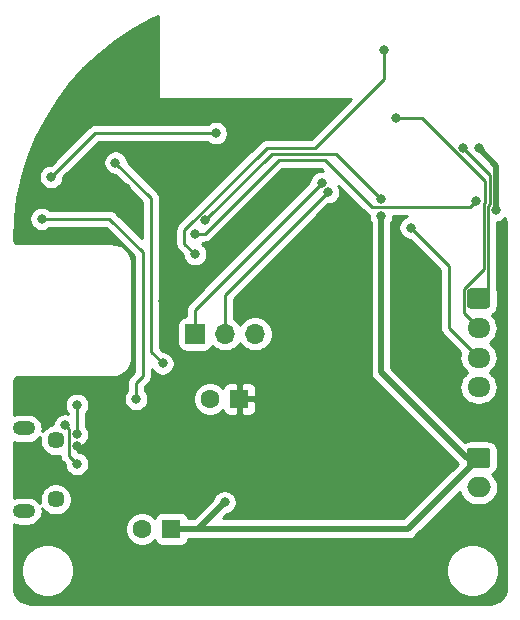
<source format=gbr>
%TF.GenerationSoftware,KiCad,Pcbnew,(5.1.6-0-10_14)*%
%TF.CreationDate,2020-07-27T20:59:48+02:00*%
%TF.ProjectId,DoorLightController,446f6f72-4c69-4676-9874-436f6e74726f,rev?*%
%TF.SameCoordinates,Original*%
%TF.FileFunction,Copper,L2,Bot*%
%TF.FilePolarity,Positive*%
%FSLAX46Y46*%
G04 Gerber Fmt 4.6, Leading zero omitted, Abs format (unit mm)*
G04 Created by KiCad (PCBNEW (5.1.6-0-10_14)) date 2020-07-27 20:59:48*
%MOMM*%
%LPD*%
G01*
G04 APERTURE LIST*
%TA.AperFunction,ComponentPad*%
%ADD10O,1.900000X1.200000*%
%TD*%
%TA.AperFunction,ComponentPad*%
%ADD11C,1.450000*%
%TD*%
%TA.AperFunction,ComponentPad*%
%ADD12C,1.600000*%
%TD*%
%TA.AperFunction,ComponentPad*%
%ADD13R,1.600000X1.600000*%
%TD*%
%TA.AperFunction,ComponentPad*%
%ADD14O,2.000000X1.700000*%
%TD*%
%TA.AperFunction,ComponentPad*%
%ADD15R,1.700000X1.700000*%
%TD*%
%TA.AperFunction,ComponentPad*%
%ADD16O,1.700000X1.700000*%
%TD*%
%TA.AperFunction,ComponentPad*%
%ADD17O,1.950000X1.700000*%
%TD*%
%TA.AperFunction,ViaPad*%
%ADD18C,0.800000*%
%TD*%
%TA.AperFunction,Conductor*%
%ADD19C,0.500000*%
%TD*%
%TA.AperFunction,Conductor*%
%ADD20C,0.250000*%
%TD*%
%TA.AperFunction,Conductor*%
%ADD21C,0.254000*%
%TD*%
G04 APERTURE END LIST*
D10*
%TO.P,J3,6*%
%TO.N,GND*%
X190012500Y-98000000D03*
X190012500Y-91000000D03*
D11*
X192712500Y-97000000D03*
X192712500Y-92000000D03*
%TD*%
D12*
%TO.P,C2,2*%
%TO.N,GND*%
X205750000Y-88500000D03*
D13*
%TO.P,C2,1*%
%TO.N,+3V3*%
X208250000Y-88500000D03*
%TD*%
D12*
%TO.P,C1,2*%
%TO.N,GND*%
X200000000Y-99500000D03*
D13*
%TO.P,C1,1*%
%TO.N,+24V*%
X202500000Y-99500000D03*
%TD*%
%TO.P,J1,1*%
%TO.N,+24V*%
%TA.AperFunction,ComponentPad*%
G36*
G01*
X227750000Y-92650000D02*
X229250000Y-92650000D01*
G75*
G02*
X229500000Y-92900000I0J-250000D01*
G01*
X229500000Y-94100000D01*
G75*
G02*
X229250000Y-94350000I-250000J0D01*
G01*
X227750000Y-94350000D01*
G75*
G02*
X227500000Y-94100000I0J250000D01*
G01*
X227500000Y-92900000D01*
G75*
G02*
X227750000Y-92650000I250000J0D01*
G01*
G37*
%TD.AperFunction*%
D14*
%TO.P,J1,2*%
%TO.N,GND*%
X228500000Y-96000000D03*
%TD*%
D15*
%TO.P,J2,1*%
%TO.N,GPIO5*%
X204500000Y-83000000D03*
D16*
%TO.P,J2,2*%
%TO.N,GPIO4*%
X207040000Y-83000000D03*
%TO.P,J2,3*%
%TO.N,GND*%
X209580000Y-83000000D03*
%TD*%
%TO.P,J5,1*%
%TO.N,LED_RED*%
%TA.AperFunction,ComponentPad*%
G36*
G01*
X227775000Y-79150000D02*
X229225000Y-79150000D01*
G75*
G02*
X229475000Y-79400000I0J-250000D01*
G01*
X229475000Y-80600000D01*
G75*
G02*
X229225000Y-80850000I-250000J0D01*
G01*
X227775000Y-80850000D01*
G75*
G02*
X227525000Y-80600000I0J250000D01*
G01*
X227525000Y-79400000D01*
G75*
G02*
X227775000Y-79150000I250000J0D01*
G01*
G37*
%TD.AperFunction*%
D17*
%TO.P,J5,2*%
%TO.N,LED_GREEN*%
X228500000Y-82500000D03*
%TO.P,J5,3*%
%TO.N,LED_BLUE*%
X228500000Y-85000000D03*
%TO.P,J5,4*%
%TO.N,GND*%
X228500000Y-87500000D03*
%TD*%
D18*
%TO.N,+24V*%
X207000000Y-97250000D03*
X220242631Y-73025021D03*
%TO.N,GND*%
X228500000Y-67250000D03*
X230000000Y-72500000D03*
X197750000Y-68500000D03*
X201750000Y-85499996D03*
X194500000Y-91500000D03*
X194500000Y-89000000D03*
%TO.N,+3V3*%
X224000000Y-78000000D03*
X194500000Y-92474990D03*
X194500000Y-87000000D03*
X206750000Y-103750000D03*
X199750000Y-58750000D03*
X220250000Y-88000000D03*
X201750000Y-80250000D03*
X198635155Y-70635155D03*
X198425010Y-72500006D03*
%TO.N,GPIO5*%
X215223028Y-70209542D03*
%TO.N,GPIO4*%
X215750000Y-71000000D03*
%TO.N,Net-(J3-Pad2)*%
X193500000Y-90750000D03*
X194500000Y-94000000D03*
%TO.N,RTS*%
X199500000Y-88500000D03*
X191500000Y-73250000D03*
%TO.N,LED_RED*%
X227189406Y-67234797D03*
%TO.N,LED_GREEN*%
X221500000Y-64750000D03*
%TO.N,LED_BLUE*%
X222750000Y-74000000D03*
%TO.N,GPIO16*%
X206250000Y-66000000D03*
X192317600Y-69692058D03*
%TO.N,GPIO12*%
X204500000Y-74500000D03*
X228320229Y-71710465D03*
%TO.N,GPIO13*%
X220500000Y-59000000D03*
X204500000Y-76249984D03*
%TO.N,GPIO14*%
X220250000Y-71574986D03*
X205377305Y-73377305D03*
%TD*%
D19*
%TO.N,+24V*%
X204750000Y-99500000D02*
X202500000Y-99500000D01*
X207000000Y-97250000D02*
X204750000Y-99500000D01*
X222500000Y-99500000D02*
X228500000Y-93500000D01*
X202500000Y-99500000D02*
X222500000Y-99500000D01*
X228500000Y-93500000D02*
X227500000Y-93500000D01*
X227500000Y-93500000D02*
X220242631Y-86242631D01*
X220242631Y-86242631D02*
X220242631Y-73025021D01*
%TO.N,GND*%
X230000000Y-68750000D02*
X230000000Y-72500000D01*
X228500000Y-67250000D02*
X230000000Y-68750000D01*
D20*
X200750000Y-71500000D02*
X200750000Y-84499996D01*
X197750000Y-68500000D02*
X200750000Y-71500000D01*
X200750000Y-84499996D02*
X201750000Y-85499996D01*
X194500000Y-91500000D02*
X194500000Y-89000000D01*
%TO.N,GPIO5*%
X204500000Y-80932570D02*
X215223028Y-70209542D01*
X204500000Y-83000000D02*
X204500000Y-80932570D01*
%TO.N,GPIO4*%
X207040000Y-79710000D02*
X215750000Y-71000000D01*
X207040000Y-83000000D02*
X207040000Y-79710000D01*
%TO.N,Net-(J3-Pad2)*%
X193800000Y-93300000D02*
X194500000Y-94000000D01*
X193800000Y-91050000D02*
X193800000Y-93300000D01*
X193500000Y-90750000D02*
X193800000Y-91050000D01*
%TO.N,RTS*%
X199500000Y-87125000D02*
X199500000Y-88500000D01*
X200053908Y-86571092D02*
X199500000Y-87125000D01*
X200053908Y-76053908D02*
X200053908Y-86571092D01*
X197250000Y-73250000D02*
X200053908Y-76053908D01*
X191500000Y-73250000D02*
X197250000Y-73250000D01*
%TO.N,LED_RED*%
X228500000Y-80000000D02*
X229324998Y-79175002D01*
X229324998Y-79175002D02*
X229324998Y-72175998D01*
X229324998Y-72175998D02*
X229474989Y-72026007D01*
X229474989Y-72026007D02*
X229474989Y-69520380D01*
X229474989Y-69520380D02*
X227189406Y-67234797D01*
%TO.N,LED_GREEN*%
X228924987Y-72010309D02*
X228924987Y-77507533D01*
X223750000Y-64750000D02*
X229074978Y-70074978D01*
X227249990Y-79182530D02*
X227249990Y-81249990D01*
X229074978Y-70074978D02*
X229074978Y-71860318D01*
X229074978Y-71860318D02*
X228924987Y-72010309D01*
X228924987Y-77507533D02*
X227249990Y-79182530D01*
X227249990Y-81249990D02*
X228500000Y-82500000D01*
X221500000Y-64750000D02*
X223750000Y-64750000D01*
%TO.N,LED_BLUE*%
X228500000Y-85000000D02*
X226000000Y-82500000D01*
X226000000Y-77250000D02*
X222750000Y-74000000D01*
X226000000Y-82500000D02*
X226000000Y-77250000D01*
%TO.N,GPIO16*%
X206250000Y-66000000D02*
X196009658Y-66000000D01*
X196009658Y-66000000D02*
X192317600Y-69692058D01*
%TO.N,GPIO12*%
X204500000Y-74500000D02*
X205315700Y-74500000D01*
X219500000Y-72250000D02*
X227780694Y-72250000D01*
X211565700Y-68250000D02*
X215500000Y-68250000D01*
X227780694Y-72250000D02*
X228320229Y-71710465D01*
X215500000Y-68250000D02*
X219500000Y-72250000D01*
X205315700Y-74500000D02*
X211565700Y-68250000D01*
%TO.N,GPIO13*%
X203600001Y-75349985D02*
X204500000Y-76249984D01*
X220500000Y-59000000D02*
X220500000Y-61388926D01*
X210550000Y-67250000D02*
X203600001Y-74199999D01*
X214638926Y-67250000D02*
X210550000Y-67250000D01*
X220500000Y-61388926D02*
X214638926Y-67250000D01*
X203600001Y-74199999D02*
X203600001Y-75349985D01*
%TO.N,GPIO14*%
X216425014Y-67750000D02*
X211004610Y-67750000D01*
X220250000Y-71574986D02*
X216425014Y-67750000D01*
X211004610Y-67750000D02*
X205377305Y-73377305D01*
%TD*%
D21*
%TO.N,+3V3*%
G36*
X201373000Y-63000000D02*
G01*
X201375440Y-63024776D01*
X201382667Y-63048601D01*
X201394403Y-63070557D01*
X201410197Y-63089803D01*
X201429443Y-63105597D01*
X201451399Y-63117333D01*
X201475224Y-63124560D01*
X201500000Y-63127000D01*
X217687124Y-63127000D01*
X214324125Y-66490000D01*
X210587323Y-66490000D01*
X210550000Y-66486324D01*
X210512677Y-66490000D01*
X210512667Y-66490000D01*
X210401014Y-66500997D01*
X210257753Y-66544454D01*
X210125724Y-66615026D01*
X210009999Y-66709999D01*
X209986201Y-66738997D01*
X203089004Y-73636195D01*
X203060000Y-73659998D01*
X203023473Y-73704507D01*
X202965027Y-73775723D01*
X202917293Y-73865026D01*
X202894455Y-73907753D01*
X202850998Y-74051014D01*
X202840001Y-74162667D01*
X202840001Y-74162677D01*
X202836325Y-74199999D01*
X202840001Y-74237322D01*
X202840002Y-75312653D01*
X202836325Y-75349985D01*
X202840002Y-75387318D01*
X202850999Y-75498971D01*
X202861928Y-75535000D01*
X202894455Y-75642231D01*
X202965027Y-75774261D01*
X203033692Y-75857928D01*
X203060001Y-75889986D01*
X203088999Y-75913784D01*
X203465000Y-76289785D01*
X203465000Y-76351923D01*
X203504774Y-76551882D01*
X203582795Y-76740240D01*
X203696063Y-76909758D01*
X203840226Y-77053921D01*
X204009744Y-77167189D01*
X204198102Y-77245210D01*
X204398061Y-77284984D01*
X204601939Y-77284984D01*
X204801898Y-77245210D01*
X204990256Y-77167189D01*
X205159774Y-77053921D01*
X205303937Y-76909758D01*
X205417205Y-76740240D01*
X205495226Y-76551882D01*
X205535000Y-76351923D01*
X205535000Y-76148045D01*
X205495226Y-75948086D01*
X205417205Y-75759728D01*
X205303937Y-75590210D01*
X205159774Y-75446047D01*
X205053432Y-75374992D01*
X205159774Y-75303937D01*
X205203711Y-75260000D01*
X205278378Y-75260000D01*
X205315700Y-75263676D01*
X205353022Y-75260000D01*
X205353033Y-75260000D01*
X205464686Y-75249003D01*
X205607947Y-75205546D01*
X205739976Y-75134974D01*
X205855701Y-75040001D01*
X205879504Y-75010997D01*
X211880502Y-69010000D01*
X215185199Y-69010000D01*
X215355892Y-69180693D01*
X215324967Y-69174542D01*
X215121089Y-69174542D01*
X214921130Y-69214316D01*
X214732772Y-69292337D01*
X214563254Y-69405605D01*
X214419091Y-69549768D01*
X214305823Y-69719286D01*
X214227802Y-69907644D01*
X214188028Y-70107603D01*
X214188028Y-70169740D01*
X203988998Y-80368771D01*
X203960000Y-80392569D01*
X203936202Y-80421567D01*
X203936201Y-80421568D01*
X203865026Y-80508294D01*
X203794454Y-80640324D01*
X203750998Y-80783585D01*
X203736324Y-80932570D01*
X203740001Y-80969902D01*
X203740001Y-81511928D01*
X203650000Y-81511928D01*
X203525518Y-81524188D01*
X203405820Y-81560498D01*
X203295506Y-81619463D01*
X203198815Y-81698815D01*
X203119463Y-81795506D01*
X203060498Y-81905820D01*
X203024188Y-82025518D01*
X203011928Y-82150000D01*
X203011928Y-83850000D01*
X203024188Y-83974482D01*
X203060498Y-84094180D01*
X203119463Y-84204494D01*
X203198815Y-84301185D01*
X203295506Y-84380537D01*
X203405820Y-84439502D01*
X203525518Y-84475812D01*
X203650000Y-84488072D01*
X205350000Y-84488072D01*
X205474482Y-84475812D01*
X205594180Y-84439502D01*
X205704494Y-84380537D01*
X205801185Y-84301185D01*
X205880537Y-84204494D01*
X205939502Y-84094180D01*
X205961513Y-84021620D01*
X206093368Y-84153475D01*
X206336589Y-84315990D01*
X206606842Y-84427932D01*
X206893740Y-84485000D01*
X207186260Y-84485000D01*
X207473158Y-84427932D01*
X207743411Y-84315990D01*
X207986632Y-84153475D01*
X208193475Y-83946632D01*
X208310000Y-83772240D01*
X208426525Y-83946632D01*
X208633368Y-84153475D01*
X208876589Y-84315990D01*
X209146842Y-84427932D01*
X209433740Y-84485000D01*
X209726260Y-84485000D01*
X210013158Y-84427932D01*
X210283411Y-84315990D01*
X210526632Y-84153475D01*
X210733475Y-83946632D01*
X210895990Y-83703411D01*
X211007932Y-83433158D01*
X211065000Y-83146260D01*
X211065000Y-82853740D01*
X211007932Y-82566842D01*
X210895990Y-82296589D01*
X210733475Y-82053368D01*
X210526632Y-81846525D01*
X210283411Y-81684010D01*
X210013158Y-81572068D01*
X209726260Y-81515000D01*
X209433740Y-81515000D01*
X209146842Y-81572068D01*
X208876589Y-81684010D01*
X208633368Y-81846525D01*
X208426525Y-82053368D01*
X208310000Y-82227760D01*
X208193475Y-82053368D01*
X207986632Y-81846525D01*
X207800000Y-81721822D01*
X207800000Y-80024801D01*
X215789802Y-72035000D01*
X215851939Y-72035000D01*
X216051898Y-71995226D01*
X216240256Y-71917205D01*
X216409774Y-71803937D01*
X216553937Y-71659774D01*
X216667205Y-71490256D01*
X216745226Y-71301898D01*
X216785000Y-71101939D01*
X216785000Y-70898061D01*
X216745226Y-70698102D01*
X216667205Y-70509744D01*
X216631488Y-70456289D01*
X218936201Y-72761003D01*
X218959999Y-72790001D01*
X219075724Y-72884974D01*
X219207631Y-72955481D01*
X219207631Y-73126960D01*
X219247405Y-73326919D01*
X219325426Y-73515277D01*
X219357632Y-73563477D01*
X219357631Y-86199162D01*
X219353350Y-86242631D01*
X219357631Y-86286100D01*
X219357631Y-86286107D01*
X219367728Y-86388627D01*
X219370436Y-86416121D01*
X219371447Y-86419454D01*
X219421042Y-86582943D01*
X219503220Y-86736689D01*
X219613814Y-86871448D01*
X219647587Y-86899165D01*
X226748421Y-94000000D01*
X222133422Y-98615000D01*
X206886579Y-98615000D01*
X207245044Y-98256535D01*
X207301898Y-98245226D01*
X207490256Y-98167205D01*
X207659774Y-98053937D01*
X207803937Y-97909774D01*
X207917205Y-97740256D01*
X207995226Y-97551898D01*
X208035000Y-97351939D01*
X208035000Y-97148061D01*
X207995226Y-96948102D01*
X207917205Y-96759744D01*
X207803937Y-96590226D01*
X207659774Y-96446063D01*
X207490256Y-96332795D01*
X207301898Y-96254774D01*
X207101939Y-96215000D01*
X206898061Y-96215000D01*
X206698102Y-96254774D01*
X206509744Y-96332795D01*
X206340226Y-96446063D01*
X206196063Y-96590226D01*
X206082795Y-96759744D01*
X206004774Y-96948102D01*
X205993465Y-97004956D01*
X204383422Y-98615000D01*
X203929701Y-98615000D01*
X203925812Y-98575518D01*
X203889502Y-98455820D01*
X203830537Y-98345506D01*
X203751185Y-98248815D01*
X203654494Y-98169463D01*
X203544180Y-98110498D01*
X203424482Y-98074188D01*
X203300000Y-98061928D01*
X201700000Y-98061928D01*
X201575518Y-98074188D01*
X201455820Y-98110498D01*
X201345506Y-98169463D01*
X201248815Y-98248815D01*
X201169463Y-98345506D01*
X201110498Y-98455820D01*
X201081339Y-98551943D01*
X200914759Y-98385363D01*
X200679727Y-98228320D01*
X200418574Y-98120147D01*
X200141335Y-98065000D01*
X199858665Y-98065000D01*
X199581426Y-98120147D01*
X199320273Y-98228320D01*
X199085241Y-98385363D01*
X198885363Y-98585241D01*
X198728320Y-98820273D01*
X198620147Y-99081426D01*
X198565000Y-99358665D01*
X198565000Y-99641335D01*
X198620147Y-99918574D01*
X198728320Y-100179727D01*
X198885363Y-100414759D01*
X199085241Y-100614637D01*
X199320273Y-100771680D01*
X199581426Y-100879853D01*
X199858665Y-100935000D01*
X200141335Y-100935000D01*
X200418574Y-100879853D01*
X200679727Y-100771680D01*
X200914759Y-100614637D01*
X201081339Y-100448057D01*
X201110498Y-100544180D01*
X201169463Y-100654494D01*
X201248815Y-100751185D01*
X201345506Y-100830537D01*
X201455820Y-100889502D01*
X201575518Y-100925812D01*
X201700000Y-100938072D01*
X203300000Y-100938072D01*
X203424482Y-100925812D01*
X203544180Y-100889502D01*
X203654494Y-100830537D01*
X203751185Y-100751185D01*
X203830537Y-100654494D01*
X203889502Y-100544180D01*
X203925812Y-100424482D01*
X203929701Y-100385000D01*
X204706531Y-100385000D01*
X204750000Y-100389281D01*
X204793469Y-100385000D01*
X222456531Y-100385000D01*
X222500000Y-100389281D01*
X222543469Y-100385000D01*
X222543477Y-100385000D01*
X222673490Y-100372195D01*
X222840313Y-100321589D01*
X222994059Y-100239411D01*
X223128817Y-100128817D01*
X223156534Y-100095044D01*
X226903706Y-96347873D01*
X226971401Y-96571034D01*
X227109294Y-96829014D01*
X227294866Y-97055134D01*
X227520986Y-97240706D01*
X227778966Y-97378599D01*
X228058889Y-97463513D01*
X228277050Y-97485000D01*
X228722950Y-97485000D01*
X228941111Y-97463513D01*
X229221034Y-97378599D01*
X229479014Y-97240706D01*
X229705134Y-97055134D01*
X229890706Y-96829014D01*
X230028599Y-96571034D01*
X230113513Y-96291111D01*
X230142185Y-96000000D01*
X230113513Y-95708889D01*
X230028599Y-95428966D01*
X229890706Y-95170986D01*
X229705134Y-94944866D01*
X229641663Y-94892777D01*
X229743386Y-94838405D01*
X229877962Y-94727962D01*
X229988405Y-94593386D01*
X230070472Y-94439850D01*
X230121008Y-94273254D01*
X230138072Y-94100000D01*
X230138072Y-92900000D01*
X230121008Y-92726746D01*
X230070472Y-92560150D01*
X229988405Y-92406614D01*
X229877962Y-92272038D01*
X229743386Y-92161595D01*
X229589850Y-92079528D01*
X229423254Y-92028992D01*
X229250000Y-92011928D01*
X227750000Y-92011928D01*
X227576746Y-92028992D01*
X227410150Y-92079528D01*
X227358640Y-92107061D01*
X221127631Y-85876053D01*
X221127631Y-73563475D01*
X221159836Y-73515277D01*
X221237857Y-73326919D01*
X221277631Y-73126960D01*
X221277631Y-73010000D01*
X222435485Y-73010000D01*
X222259744Y-73082795D01*
X222090226Y-73196063D01*
X221946063Y-73340226D01*
X221832795Y-73509744D01*
X221754774Y-73698102D01*
X221715000Y-73898061D01*
X221715000Y-74101939D01*
X221754774Y-74301898D01*
X221832795Y-74490256D01*
X221946063Y-74659774D01*
X222090226Y-74803937D01*
X222259744Y-74917205D01*
X222448102Y-74995226D01*
X222648061Y-75035000D01*
X222710199Y-75035000D01*
X225240001Y-77564803D01*
X225240000Y-82462677D01*
X225236324Y-82500000D01*
X225240000Y-82537322D01*
X225240000Y-82537332D01*
X225250997Y-82648985D01*
X225294110Y-82791111D01*
X225294454Y-82792246D01*
X225365026Y-82924276D01*
X225404871Y-82972826D01*
X225459999Y-83040001D01*
X225489003Y-83063804D01*
X226963296Y-84538098D01*
X226911487Y-84708889D01*
X226882815Y-85000000D01*
X226911487Y-85291111D01*
X226996401Y-85571034D01*
X227134294Y-85829014D01*
X227319866Y-86055134D01*
X227545986Y-86240706D01*
X227563374Y-86250000D01*
X227545986Y-86259294D01*
X227319866Y-86444866D01*
X227134294Y-86670986D01*
X226996401Y-86928966D01*
X226911487Y-87208889D01*
X226882815Y-87500000D01*
X226911487Y-87791111D01*
X226996401Y-88071034D01*
X227134294Y-88329014D01*
X227319866Y-88555134D01*
X227545986Y-88740706D01*
X227803966Y-88878599D01*
X228083889Y-88963513D01*
X228302050Y-88985000D01*
X228697950Y-88985000D01*
X228916111Y-88963513D01*
X229196034Y-88878599D01*
X229454014Y-88740706D01*
X229680134Y-88555134D01*
X229865706Y-88329014D01*
X230003599Y-88071034D01*
X230088513Y-87791111D01*
X230117185Y-87500000D01*
X230088513Y-87208889D01*
X230003599Y-86928966D01*
X229865706Y-86670986D01*
X229680134Y-86444866D01*
X229454014Y-86259294D01*
X229436626Y-86250000D01*
X229454014Y-86240706D01*
X229680134Y-86055134D01*
X229865706Y-85829014D01*
X230003599Y-85571034D01*
X230088513Y-85291111D01*
X230117185Y-85000000D01*
X230088513Y-84708889D01*
X230003599Y-84428966D01*
X229865706Y-84170986D01*
X229680134Y-83944866D01*
X229454014Y-83759294D01*
X229436626Y-83750000D01*
X229454014Y-83740706D01*
X229680134Y-83555134D01*
X229865706Y-83329014D01*
X230003599Y-83071034D01*
X230088513Y-82791111D01*
X230117185Y-82500000D01*
X230088513Y-82208889D01*
X230003599Y-81928966D01*
X229865706Y-81670986D01*
X229680134Y-81444866D01*
X229616663Y-81392777D01*
X229718386Y-81338405D01*
X229852962Y-81227962D01*
X229963405Y-81093386D01*
X230045472Y-80939850D01*
X230096008Y-80773254D01*
X230113072Y-80600000D01*
X230113072Y-79400000D01*
X230096008Y-79226746D01*
X230086624Y-79195812D01*
X230088674Y-79175003D01*
X230084998Y-79137680D01*
X230084998Y-73535000D01*
X230101939Y-73535000D01*
X230301898Y-73495226D01*
X230490256Y-73417205D01*
X230659774Y-73303937D01*
X230747863Y-73215848D01*
X230798670Y-73695218D01*
X230840001Y-75010388D01*
X230840000Y-104467721D01*
X230811375Y-104759660D01*
X230735965Y-105009429D01*
X230613477Y-105239794D01*
X230448579Y-105441979D01*
X230247546Y-105608288D01*
X230018046Y-105732378D01*
X229768805Y-105809531D01*
X229478911Y-105840000D01*
X190532279Y-105840000D01*
X190240340Y-105811375D01*
X189990571Y-105735965D01*
X189760206Y-105613477D01*
X189558021Y-105448579D01*
X189391712Y-105247546D01*
X189267622Y-105018046D01*
X189190469Y-104768805D01*
X189160000Y-104478911D01*
X189160000Y-102779872D01*
X189765000Y-102779872D01*
X189765000Y-103220128D01*
X189850890Y-103651925D01*
X190019369Y-104058669D01*
X190263962Y-104424729D01*
X190575271Y-104736038D01*
X190941331Y-104980631D01*
X191348075Y-105149110D01*
X191779872Y-105235000D01*
X192220128Y-105235000D01*
X192651925Y-105149110D01*
X193058669Y-104980631D01*
X193424729Y-104736038D01*
X193736038Y-104424729D01*
X193980631Y-104058669D01*
X194149110Y-103651925D01*
X194235000Y-103220128D01*
X194235000Y-102779872D01*
X225765000Y-102779872D01*
X225765000Y-103220128D01*
X225850890Y-103651925D01*
X226019369Y-104058669D01*
X226263962Y-104424729D01*
X226575271Y-104736038D01*
X226941331Y-104980631D01*
X227348075Y-105149110D01*
X227779872Y-105235000D01*
X228220128Y-105235000D01*
X228651925Y-105149110D01*
X229058669Y-104980631D01*
X229424729Y-104736038D01*
X229736038Y-104424729D01*
X229980631Y-104058669D01*
X230149110Y-103651925D01*
X230235000Y-103220128D01*
X230235000Y-102779872D01*
X230149110Y-102348075D01*
X229980631Y-101941331D01*
X229736038Y-101575271D01*
X229424729Y-101263962D01*
X229058669Y-101019369D01*
X228651925Y-100850890D01*
X228220128Y-100765000D01*
X227779872Y-100765000D01*
X227348075Y-100850890D01*
X226941331Y-101019369D01*
X226575271Y-101263962D01*
X226263962Y-101575271D01*
X226019369Y-101941331D01*
X225850890Y-102348075D01*
X225765000Y-102779872D01*
X194235000Y-102779872D01*
X194149110Y-102348075D01*
X193980631Y-101941331D01*
X193736038Y-101575271D01*
X193424729Y-101263962D01*
X193058669Y-101019369D01*
X192651925Y-100850890D01*
X192220128Y-100765000D01*
X191779872Y-100765000D01*
X191348075Y-100850890D01*
X190941331Y-101019369D01*
X190575271Y-101263962D01*
X190263962Y-101575271D01*
X190019369Y-101941331D01*
X189850890Y-102348075D01*
X189765000Y-102779872D01*
X189160000Y-102779872D01*
X189160000Y-99131759D01*
X189187599Y-99146511D01*
X189420398Y-99217130D01*
X189601835Y-99235000D01*
X190423165Y-99235000D01*
X190604602Y-99217130D01*
X190837401Y-99146511D01*
X191051949Y-99031833D01*
X191240002Y-98877502D01*
X191394333Y-98689449D01*
X191509011Y-98474901D01*
X191579630Y-98242102D01*
X191603475Y-98000000D01*
X191579630Y-97757898D01*
X191576617Y-97747965D01*
X191656119Y-97866949D01*
X191845551Y-98056381D01*
X192068299Y-98205216D01*
X192315803Y-98307736D01*
X192578552Y-98360000D01*
X192846448Y-98360000D01*
X193109197Y-98307736D01*
X193356701Y-98205216D01*
X193579449Y-98056381D01*
X193768881Y-97866949D01*
X193917716Y-97644201D01*
X194020236Y-97396697D01*
X194072500Y-97133948D01*
X194072500Y-96866052D01*
X194020236Y-96603303D01*
X193917716Y-96355799D01*
X193768881Y-96133051D01*
X193579449Y-95943619D01*
X193356701Y-95794784D01*
X193109197Y-95692264D01*
X192846448Y-95640000D01*
X192578552Y-95640000D01*
X192315803Y-95692264D01*
X192068299Y-95794784D01*
X191845551Y-95943619D01*
X191656119Y-96133051D01*
X191507284Y-96355799D01*
X191404764Y-96603303D01*
X191352500Y-96866052D01*
X191352500Y-97133948D01*
X191385484Y-97299768D01*
X191240002Y-97122498D01*
X191051949Y-96968167D01*
X190837401Y-96853489D01*
X190604602Y-96782870D01*
X190423165Y-96765000D01*
X189601835Y-96765000D01*
X189420398Y-96782870D01*
X189187599Y-96853489D01*
X189160000Y-96868241D01*
X189160000Y-92131759D01*
X189187599Y-92146511D01*
X189420398Y-92217130D01*
X189601835Y-92235000D01*
X190423165Y-92235000D01*
X190604602Y-92217130D01*
X190837401Y-92146511D01*
X191051949Y-92031833D01*
X191240002Y-91877502D01*
X191385484Y-91700232D01*
X191352500Y-91866052D01*
X191352500Y-92133948D01*
X191404764Y-92396697D01*
X191507284Y-92644201D01*
X191656119Y-92866949D01*
X191845551Y-93056381D01*
X192068299Y-93205216D01*
X192315803Y-93307736D01*
X192578552Y-93360000D01*
X192846448Y-93360000D01*
X193038472Y-93321804D01*
X193050998Y-93448985D01*
X193094454Y-93592246D01*
X193165026Y-93724276D01*
X193236201Y-93811002D01*
X193260000Y-93840001D01*
X193288997Y-93863799D01*
X193465000Y-94039802D01*
X193465000Y-94101939D01*
X193504774Y-94301898D01*
X193582795Y-94490256D01*
X193696063Y-94659774D01*
X193840226Y-94803937D01*
X194009744Y-94917205D01*
X194198102Y-94995226D01*
X194398061Y-95035000D01*
X194601939Y-95035000D01*
X194801898Y-94995226D01*
X194990256Y-94917205D01*
X195159774Y-94803937D01*
X195303937Y-94659774D01*
X195417205Y-94490256D01*
X195495226Y-94301898D01*
X195535000Y-94101939D01*
X195535000Y-93898061D01*
X195495226Y-93698102D01*
X195417205Y-93509744D01*
X195303937Y-93340226D01*
X195159774Y-93196063D01*
X194990256Y-93082795D01*
X194801898Y-93004774D01*
X194601939Y-92965000D01*
X194560000Y-92965000D01*
X194560000Y-92535000D01*
X194601939Y-92535000D01*
X194801898Y-92495226D01*
X194990256Y-92417205D01*
X195159774Y-92303937D01*
X195303937Y-92159774D01*
X195417205Y-91990256D01*
X195495226Y-91801898D01*
X195535000Y-91601939D01*
X195535000Y-91398061D01*
X195495226Y-91198102D01*
X195417205Y-91009744D01*
X195303937Y-90840226D01*
X195260000Y-90796289D01*
X195260000Y-89703711D01*
X195303937Y-89659774D01*
X195417205Y-89490256D01*
X195495226Y-89301898D01*
X195535000Y-89101939D01*
X195535000Y-88898061D01*
X195495226Y-88698102D01*
X195417205Y-88509744D01*
X195303937Y-88340226D01*
X195159774Y-88196063D01*
X194990256Y-88082795D01*
X194801898Y-88004774D01*
X194601939Y-87965000D01*
X194398061Y-87965000D01*
X194198102Y-88004774D01*
X194009744Y-88082795D01*
X193840226Y-88196063D01*
X193696063Y-88340226D01*
X193582795Y-88509744D01*
X193504774Y-88698102D01*
X193465000Y-88898061D01*
X193465000Y-89101939D01*
X193504774Y-89301898D01*
X193582795Y-89490256D01*
X193696063Y-89659774D01*
X193740001Y-89703712D01*
X193740001Y-89742462D01*
X193601939Y-89715000D01*
X193398061Y-89715000D01*
X193198102Y-89754774D01*
X193009744Y-89832795D01*
X192840226Y-89946063D01*
X192696063Y-90090226D01*
X192582795Y-90259744D01*
X192504774Y-90448102D01*
X192465000Y-90648061D01*
X192465000Y-90662587D01*
X192315803Y-90692264D01*
X192068299Y-90794784D01*
X191845551Y-90943619D01*
X191656119Y-91133051D01*
X191576617Y-91252035D01*
X191579630Y-91242102D01*
X191603475Y-91000000D01*
X191579630Y-90757898D01*
X191509011Y-90525099D01*
X191394333Y-90310551D01*
X191240002Y-90122498D01*
X191051949Y-89968167D01*
X190837401Y-89853489D01*
X190604602Y-89782870D01*
X190423165Y-89765000D01*
X189601835Y-89765000D01*
X189420398Y-89782870D01*
X189187599Y-89853489D01*
X189160000Y-89868241D01*
X189160000Y-87032279D01*
X189169580Y-86934576D01*
X189188580Y-86871644D01*
X189219445Y-86813595D01*
X189260989Y-86762657D01*
X189311644Y-86720752D01*
X189369471Y-86689485D01*
X189432272Y-86670044D01*
X189527835Y-86660000D01*
X197532419Y-86660000D01*
X197560674Y-86657217D01*
X197566801Y-86657260D01*
X197575972Y-86656360D01*
X197770069Y-86635959D01*
X197828658Y-86623932D01*
X197887423Y-86612723D01*
X197896245Y-86610059D01*
X198082683Y-86552347D01*
X198137838Y-86529162D01*
X198193291Y-86506758D01*
X198201427Y-86502432D01*
X198373104Y-86409607D01*
X198422699Y-86376154D01*
X198472753Y-86343400D01*
X198479894Y-86337576D01*
X198630272Y-86213172D01*
X198672411Y-86170737D01*
X198715161Y-86128874D01*
X198721034Y-86121773D01*
X198844384Y-85970531D01*
X198877477Y-85920723D01*
X198911284Y-85871349D01*
X198915667Y-85863243D01*
X199007292Y-85690920D01*
X199030090Y-85635608D01*
X199053652Y-85580634D01*
X199056377Y-85571831D01*
X199112786Y-85384994D01*
X199124405Y-85326314D01*
X199136842Y-85267804D01*
X199137805Y-85258639D01*
X199156850Y-85064406D01*
X199156850Y-85064402D01*
X199160000Y-85032419D01*
X199160000Y-76967581D01*
X199157217Y-76939326D01*
X199157260Y-76933199D01*
X199156360Y-76924028D01*
X199135959Y-76729931D01*
X199123934Y-76671348D01*
X199112723Y-76612577D01*
X199110059Y-76603755D01*
X199052347Y-76417317D01*
X199029162Y-76362162D01*
X199006758Y-76306709D01*
X199002432Y-76298573D01*
X198909607Y-76126896D01*
X198876139Y-76077278D01*
X198843400Y-76027247D01*
X198837576Y-76020106D01*
X198713172Y-75869728D01*
X198670737Y-75827589D01*
X198628874Y-75784839D01*
X198621773Y-75778966D01*
X198470531Y-75655616D01*
X198420738Y-75622534D01*
X198371349Y-75588716D01*
X198363243Y-75584333D01*
X198190921Y-75492708D01*
X198135606Y-75469909D01*
X198080634Y-75446348D01*
X198071831Y-75443623D01*
X197884995Y-75387214D01*
X197826307Y-75375594D01*
X197767804Y-75363158D01*
X197758639Y-75362195D01*
X197564405Y-75343150D01*
X197564402Y-75343150D01*
X197532419Y-75340000D01*
X189532279Y-75340000D01*
X189434576Y-75330420D01*
X189371643Y-75311420D01*
X189313594Y-75280554D01*
X189262657Y-75239011D01*
X189220752Y-75188356D01*
X189189485Y-75130529D01*
X189170044Y-75067728D01*
X189161276Y-74984303D01*
X189236766Y-73219960D01*
X189246040Y-73148061D01*
X190465000Y-73148061D01*
X190465000Y-73351939D01*
X190504774Y-73551898D01*
X190582795Y-73740256D01*
X190696063Y-73909774D01*
X190840226Y-74053937D01*
X191009744Y-74167205D01*
X191198102Y-74245226D01*
X191398061Y-74285000D01*
X191601939Y-74285000D01*
X191801898Y-74245226D01*
X191990256Y-74167205D01*
X192159774Y-74053937D01*
X192203711Y-74010000D01*
X196935199Y-74010000D01*
X199293908Y-76368710D01*
X199293909Y-86256289D01*
X198989002Y-86561197D01*
X198959999Y-86584999D01*
X198909900Y-86646045D01*
X198865026Y-86700724D01*
X198811189Y-86801446D01*
X198794454Y-86832754D01*
X198750997Y-86976015D01*
X198740000Y-87087668D01*
X198740000Y-87087678D01*
X198736324Y-87125000D01*
X198740000Y-87162323D01*
X198740000Y-87796289D01*
X198696063Y-87840226D01*
X198582795Y-88009744D01*
X198504774Y-88198102D01*
X198465000Y-88398061D01*
X198465000Y-88601939D01*
X198504774Y-88801898D01*
X198582795Y-88990256D01*
X198696063Y-89159774D01*
X198840226Y-89303937D01*
X199009744Y-89417205D01*
X199198102Y-89495226D01*
X199398061Y-89535000D01*
X199601939Y-89535000D01*
X199801898Y-89495226D01*
X199990256Y-89417205D01*
X200159774Y-89303937D01*
X200303937Y-89159774D01*
X200417205Y-88990256D01*
X200495226Y-88801898D01*
X200535000Y-88601939D01*
X200535000Y-88398061D01*
X200527164Y-88358665D01*
X204315000Y-88358665D01*
X204315000Y-88641335D01*
X204370147Y-88918574D01*
X204478320Y-89179727D01*
X204635363Y-89414759D01*
X204835241Y-89614637D01*
X205070273Y-89771680D01*
X205331426Y-89879853D01*
X205608665Y-89935000D01*
X205891335Y-89935000D01*
X206168574Y-89879853D01*
X206429727Y-89771680D01*
X206664759Y-89614637D01*
X206831339Y-89448057D01*
X206860498Y-89544180D01*
X206919463Y-89654494D01*
X206998815Y-89751185D01*
X207095506Y-89830537D01*
X207205820Y-89889502D01*
X207325518Y-89925812D01*
X207450000Y-89938072D01*
X207964250Y-89935000D01*
X208123000Y-89776250D01*
X208123000Y-88627000D01*
X208377000Y-88627000D01*
X208377000Y-89776250D01*
X208535750Y-89935000D01*
X209050000Y-89938072D01*
X209174482Y-89925812D01*
X209294180Y-89889502D01*
X209404494Y-89830537D01*
X209501185Y-89751185D01*
X209580537Y-89654494D01*
X209639502Y-89544180D01*
X209675812Y-89424482D01*
X209688072Y-89300000D01*
X209685000Y-88785750D01*
X209526250Y-88627000D01*
X208377000Y-88627000D01*
X208123000Y-88627000D01*
X208103000Y-88627000D01*
X208103000Y-88373000D01*
X208123000Y-88373000D01*
X208123000Y-87223750D01*
X208377000Y-87223750D01*
X208377000Y-88373000D01*
X209526250Y-88373000D01*
X209685000Y-88214250D01*
X209688072Y-87700000D01*
X209675812Y-87575518D01*
X209639502Y-87455820D01*
X209580537Y-87345506D01*
X209501185Y-87248815D01*
X209404494Y-87169463D01*
X209294180Y-87110498D01*
X209174482Y-87074188D01*
X209050000Y-87061928D01*
X208535750Y-87065000D01*
X208377000Y-87223750D01*
X208123000Y-87223750D01*
X207964250Y-87065000D01*
X207450000Y-87061928D01*
X207325518Y-87074188D01*
X207205820Y-87110498D01*
X207095506Y-87169463D01*
X206998815Y-87248815D01*
X206919463Y-87345506D01*
X206860498Y-87455820D01*
X206831339Y-87551943D01*
X206664759Y-87385363D01*
X206429727Y-87228320D01*
X206168574Y-87120147D01*
X205891335Y-87065000D01*
X205608665Y-87065000D01*
X205331426Y-87120147D01*
X205070273Y-87228320D01*
X204835241Y-87385363D01*
X204635363Y-87585241D01*
X204478320Y-87820273D01*
X204370147Y-88081426D01*
X204315000Y-88358665D01*
X200527164Y-88358665D01*
X200495226Y-88198102D01*
X200417205Y-88009744D01*
X200303937Y-87840226D01*
X200260000Y-87796289D01*
X200260000Y-87439801D01*
X200564910Y-87134892D01*
X200593909Y-87111093D01*
X200688882Y-86995368D01*
X200759454Y-86863339D01*
X200802911Y-86720078D01*
X200813908Y-86608425D01*
X200813908Y-86608416D01*
X200817584Y-86571093D01*
X200813908Y-86533770D01*
X200813908Y-85944655D01*
X200832795Y-85990252D01*
X200946063Y-86159770D01*
X201090226Y-86303933D01*
X201259744Y-86417201D01*
X201448102Y-86495222D01*
X201648061Y-86534996D01*
X201851939Y-86534996D01*
X202051898Y-86495222D01*
X202240256Y-86417201D01*
X202409774Y-86303933D01*
X202553937Y-86159770D01*
X202667205Y-85990252D01*
X202745226Y-85801894D01*
X202785000Y-85601935D01*
X202785000Y-85398057D01*
X202745226Y-85198098D01*
X202667205Y-85009740D01*
X202553937Y-84840222D01*
X202409774Y-84696059D01*
X202240256Y-84582791D01*
X202051898Y-84504770D01*
X201851939Y-84464996D01*
X201789802Y-84464996D01*
X201510000Y-84185195D01*
X201510000Y-71537325D01*
X201513676Y-71500000D01*
X201510000Y-71462675D01*
X201510000Y-71462667D01*
X201499003Y-71351014D01*
X201455546Y-71207753D01*
X201384974Y-71075724D01*
X201290001Y-70959999D01*
X201261004Y-70936202D01*
X198785000Y-68460199D01*
X198785000Y-68398061D01*
X198745226Y-68198102D01*
X198667205Y-68009744D01*
X198553937Y-67840226D01*
X198409774Y-67696063D01*
X198240256Y-67582795D01*
X198051898Y-67504774D01*
X197851939Y-67465000D01*
X197648061Y-67465000D01*
X197448102Y-67504774D01*
X197259744Y-67582795D01*
X197090226Y-67696063D01*
X196946063Y-67840226D01*
X196832795Y-68009744D01*
X196754774Y-68198102D01*
X196715000Y-68398061D01*
X196715000Y-68601939D01*
X196754774Y-68801898D01*
X196832795Y-68990256D01*
X196946063Y-69159774D01*
X197090226Y-69303937D01*
X197259744Y-69417205D01*
X197448102Y-69495226D01*
X197648061Y-69535000D01*
X197710199Y-69535000D01*
X199990000Y-71814802D01*
X199990000Y-74915198D01*
X197813804Y-72739003D01*
X197790001Y-72709999D01*
X197674276Y-72615026D01*
X197542247Y-72544454D01*
X197398986Y-72500997D01*
X197287333Y-72490000D01*
X197287322Y-72490000D01*
X197250000Y-72486324D01*
X197212678Y-72490000D01*
X192203711Y-72490000D01*
X192159774Y-72446063D01*
X191990256Y-72332795D01*
X191801898Y-72254774D01*
X191601939Y-72215000D01*
X191398061Y-72215000D01*
X191198102Y-72254774D01*
X191009744Y-72332795D01*
X190840226Y-72446063D01*
X190696063Y-72590226D01*
X190582795Y-72759744D01*
X190504774Y-72948102D01*
X190465000Y-73148061D01*
X189246040Y-73148061D01*
X189464694Y-71452940D01*
X189842722Y-69711844D01*
X189880285Y-69590119D01*
X191282600Y-69590119D01*
X191282600Y-69793997D01*
X191322374Y-69993956D01*
X191400395Y-70182314D01*
X191513663Y-70351832D01*
X191657826Y-70495995D01*
X191827344Y-70609263D01*
X192015702Y-70687284D01*
X192215661Y-70727058D01*
X192419539Y-70727058D01*
X192619498Y-70687284D01*
X192807856Y-70609263D01*
X192977374Y-70495995D01*
X193121537Y-70351832D01*
X193234805Y-70182314D01*
X193312826Y-69993956D01*
X193352600Y-69793997D01*
X193352600Y-69731859D01*
X196324461Y-66760000D01*
X205546289Y-66760000D01*
X205590226Y-66803937D01*
X205759744Y-66917205D01*
X205948102Y-66995226D01*
X206148061Y-67035000D01*
X206351939Y-67035000D01*
X206551898Y-66995226D01*
X206740256Y-66917205D01*
X206909774Y-66803937D01*
X207053937Y-66659774D01*
X207167205Y-66490256D01*
X207245226Y-66301898D01*
X207285000Y-66101939D01*
X207285000Y-65898061D01*
X207245226Y-65698102D01*
X207167205Y-65509744D01*
X207053937Y-65340226D01*
X206909774Y-65196063D01*
X206740256Y-65082795D01*
X206551898Y-65004774D01*
X206351939Y-64965000D01*
X206148061Y-64965000D01*
X205948102Y-65004774D01*
X205759744Y-65082795D01*
X205590226Y-65196063D01*
X205546289Y-65240000D01*
X196046980Y-65240000D01*
X196009657Y-65236324D01*
X195972334Y-65240000D01*
X195972325Y-65240000D01*
X195860672Y-65250997D01*
X195717411Y-65294454D01*
X195585382Y-65365026D01*
X195585380Y-65365027D01*
X195585381Y-65365027D01*
X195498654Y-65436201D01*
X195498650Y-65436205D01*
X195469657Y-65459999D01*
X195445863Y-65488992D01*
X192277799Y-68657058D01*
X192215661Y-68657058D01*
X192015702Y-68696832D01*
X191827344Y-68774853D01*
X191657826Y-68888121D01*
X191513663Y-69032284D01*
X191400395Y-69201802D01*
X191322374Y-69390160D01*
X191282600Y-69590119D01*
X189880285Y-69590119D01*
X190368095Y-68009382D01*
X191036954Y-66358050D01*
X191844434Y-64769855D01*
X192784606Y-63256465D01*
X193850626Y-61828889D01*
X195034684Y-60497595D01*
X196328122Y-59272311D01*
X197721505Y-58161977D01*
X199204629Y-57174726D01*
X200766665Y-56317764D01*
X201373000Y-56049706D01*
X201373000Y-63000000D01*
G37*
X201373000Y-63000000D02*
X201375440Y-63024776D01*
X201382667Y-63048601D01*
X201394403Y-63070557D01*
X201410197Y-63089803D01*
X201429443Y-63105597D01*
X201451399Y-63117333D01*
X201475224Y-63124560D01*
X201500000Y-63127000D01*
X217687124Y-63127000D01*
X214324125Y-66490000D01*
X210587323Y-66490000D01*
X210550000Y-66486324D01*
X210512677Y-66490000D01*
X210512667Y-66490000D01*
X210401014Y-66500997D01*
X210257753Y-66544454D01*
X210125724Y-66615026D01*
X210009999Y-66709999D01*
X209986201Y-66738997D01*
X203089004Y-73636195D01*
X203060000Y-73659998D01*
X203023473Y-73704507D01*
X202965027Y-73775723D01*
X202917293Y-73865026D01*
X202894455Y-73907753D01*
X202850998Y-74051014D01*
X202840001Y-74162667D01*
X202840001Y-74162677D01*
X202836325Y-74199999D01*
X202840001Y-74237322D01*
X202840002Y-75312653D01*
X202836325Y-75349985D01*
X202840002Y-75387318D01*
X202850999Y-75498971D01*
X202861928Y-75535000D01*
X202894455Y-75642231D01*
X202965027Y-75774261D01*
X203033692Y-75857928D01*
X203060001Y-75889986D01*
X203088999Y-75913784D01*
X203465000Y-76289785D01*
X203465000Y-76351923D01*
X203504774Y-76551882D01*
X203582795Y-76740240D01*
X203696063Y-76909758D01*
X203840226Y-77053921D01*
X204009744Y-77167189D01*
X204198102Y-77245210D01*
X204398061Y-77284984D01*
X204601939Y-77284984D01*
X204801898Y-77245210D01*
X204990256Y-77167189D01*
X205159774Y-77053921D01*
X205303937Y-76909758D01*
X205417205Y-76740240D01*
X205495226Y-76551882D01*
X205535000Y-76351923D01*
X205535000Y-76148045D01*
X205495226Y-75948086D01*
X205417205Y-75759728D01*
X205303937Y-75590210D01*
X205159774Y-75446047D01*
X205053432Y-75374992D01*
X205159774Y-75303937D01*
X205203711Y-75260000D01*
X205278378Y-75260000D01*
X205315700Y-75263676D01*
X205353022Y-75260000D01*
X205353033Y-75260000D01*
X205464686Y-75249003D01*
X205607947Y-75205546D01*
X205739976Y-75134974D01*
X205855701Y-75040001D01*
X205879504Y-75010997D01*
X211880502Y-69010000D01*
X215185199Y-69010000D01*
X215355892Y-69180693D01*
X215324967Y-69174542D01*
X215121089Y-69174542D01*
X214921130Y-69214316D01*
X214732772Y-69292337D01*
X214563254Y-69405605D01*
X214419091Y-69549768D01*
X214305823Y-69719286D01*
X214227802Y-69907644D01*
X214188028Y-70107603D01*
X214188028Y-70169740D01*
X203988998Y-80368771D01*
X203960000Y-80392569D01*
X203936202Y-80421567D01*
X203936201Y-80421568D01*
X203865026Y-80508294D01*
X203794454Y-80640324D01*
X203750998Y-80783585D01*
X203736324Y-80932570D01*
X203740001Y-80969902D01*
X203740001Y-81511928D01*
X203650000Y-81511928D01*
X203525518Y-81524188D01*
X203405820Y-81560498D01*
X203295506Y-81619463D01*
X203198815Y-81698815D01*
X203119463Y-81795506D01*
X203060498Y-81905820D01*
X203024188Y-82025518D01*
X203011928Y-82150000D01*
X203011928Y-83850000D01*
X203024188Y-83974482D01*
X203060498Y-84094180D01*
X203119463Y-84204494D01*
X203198815Y-84301185D01*
X203295506Y-84380537D01*
X203405820Y-84439502D01*
X203525518Y-84475812D01*
X203650000Y-84488072D01*
X205350000Y-84488072D01*
X205474482Y-84475812D01*
X205594180Y-84439502D01*
X205704494Y-84380537D01*
X205801185Y-84301185D01*
X205880537Y-84204494D01*
X205939502Y-84094180D01*
X205961513Y-84021620D01*
X206093368Y-84153475D01*
X206336589Y-84315990D01*
X206606842Y-84427932D01*
X206893740Y-84485000D01*
X207186260Y-84485000D01*
X207473158Y-84427932D01*
X207743411Y-84315990D01*
X207986632Y-84153475D01*
X208193475Y-83946632D01*
X208310000Y-83772240D01*
X208426525Y-83946632D01*
X208633368Y-84153475D01*
X208876589Y-84315990D01*
X209146842Y-84427932D01*
X209433740Y-84485000D01*
X209726260Y-84485000D01*
X210013158Y-84427932D01*
X210283411Y-84315990D01*
X210526632Y-84153475D01*
X210733475Y-83946632D01*
X210895990Y-83703411D01*
X211007932Y-83433158D01*
X211065000Y-83146260D01*
X211065000Y-82853740D01*
X211007932Y-82566842D01*
X210895990Y-82296589D01*
X210733475Y-82053368D01*
X210526632Y-81846525D01*
X210283411Y-81684010D01*
X210013158Y-81572068D01*
X209726260Y-81515000D01*
X209433740Y-81515000D01*
X209146842Y-81572068D01*
X208876589Y-81684010D01*
X208633368Y-81846525D01*
X208426525Y-82053368D01*
X208310000Y-82227760D01*
X208193475Y-82053368D01*
X207986632Y-81846525D01*
X207800000Y-81721822D01*
X207800000Y-80024801D01*
X215789802Y-72035000D01*
X215851939Y-72035000D01*
X216051898Y-71995226D01*
X216240256Y-71917205D01*
X216409774Y-71803937D01*
X216553937Y-71659774D01*
X216667205Y-71490256D01*
X216745226Y-71301898D01*
X216785000Y-71101939D01*
X216785000Y-70898061D01*
X216745226Y-70698102D01*
X216667205Y-70509744D01*
X216631488Y-70456289D01*
X218936201Y-72761003D01*
X218959999Y-72790001D01*
X219075724Y-72884974D01*
X219207631Y-72955481D01*
X219207631Y-73126960D01*
X219247405Y-73326919D01*
X219325426Y-73515277D01*
X219357632Y-73563477D01*
X219357631Y-86199162D01*
X219353350Y-86242631D01*
X219357631Y-86286100D01*
X219357631Y-86286107D01*
X219367728Y-86388627D01*
X219370436Y-86416121D01*
X219371447Y-86419454D01*
X219421042Y-86582943D01*
X219503220Y-86736689D01*
X219613814Y-86871448D01*
X219647587Y-86899165D01*
X226748421Y-94000000D01*
X222133422Y-98615000D01*
X206886579Y-98615000D01*
X207245044Y-98256535D01*
X207301898Y-98245226D01*
X207490256Y-98167205D01*
X207659774Y-98053937D01*
X207803937Y-97909774D01*
X207917205Y-97740256D01*
X207995226Y-97551898D01*
X208035000Y-97351939D01*
X208035000Y-97148061D01*
X207995226Y-96948102D01*
X207917205Y-96759744D01*
X207803937Y-96590226D01*
X207659774Y-96446063D01*
X207490256Y-96332795D01*
X207301898Y-96254774D01*
X207101939Y-96215000D01*
X206898061Y-96215000D01*
X206698102Y-96254774D01*
X206509744Y-96332795D01*
X206340226Y-96446063D01*
X206196063Y-96590226D01*
X206082795Y-96759744D01*
X206004774Y-96948102D01*
X205993465Y-97004956D01*
X204383422Y-98615000D01*
X203929701Y-98615000D01*
X203925812Y-98575518D01*
X203889502Y-98455820D01*
X203830537Y-98345506D01*
X203751185Y-98248815D01*
X203654494Y-98169463D01*
X203544180Y-98110498D01*
X203424482Y-98074188D01*
X203300000Y-98061928D01*
X201700000Y-98061928D01*
X201575518Y-98074188D01*
X201455820Y-98110498D01*
X201345506Y-98169463D01*
X201248815Y-98248815D01*
X201169463Y-98345506D01*
X201110498Y-98455820D01*
X201081339Y-98551943D01*
X200914759Y-98385363D01*
X200679727Y-98228320D01*
X200418574Y-98120147D01*
X200141335Y-98065000D01*
X199858665Y-98065000D01*
X199581426Y-98120147D01*
X199320273Y-98228320D01*
X199085241Y-98385363D01*
X198885363Y-98585241D01*
X198728320Y-98820273D01*
X198620147Y-99081426D01*
X198565000Y-99358665D01*
X198565000Y-99641335D01*
X198620147Y-99918574D01*
X198728320Y-100179727D01*
X198885363Y-100414759D01*
X199085241Y-100614637D01*
X199320273Y-100771680D01*
X199581426Y-100879853D01*
X199858665Y-100935000D01*
X200141335Y-100935000D01*
X200418574Y-100879853D01*
X200679727Y-100771680D01*
X200914759Y-100614637D01*
X201081339Y-100448057D01*
X201110498Y-100544180D01*
X201169463Y-100654494D01*
X201248815Y-100751185D01*
X201345506Y-100830537D01*
X201455820Y-100889502D01*
X201575518Y-100925812D01*
X201700000Y-100938072D01*
X203300000Y-100938072D01*
X203424482Y-100925812D01*
X203544180Y-100889502D01*
X203654494Y-100830537D01*
X203751185Y-100751185D01*
X203830537Y-100654494D01*
X203889502Y-100544180D01*
X203925812Y-100424482D01*
X203929701Y-100385000D01*
X204706531Y-100385000D01*
X204750000Y-100389281D01*
X204793469Y-100385000D01*
X222456531Y-100385000D01*
X222500000Y-100389281D01*
X222543469Y-100385000D01*
X222543477Y-100385000D01*
X222673490Y-100372195D01*
X222840313Y-100321589D01*
X222994059Y-100239411D01*
X223128817Y-100128817D01*
X223156534Y-100095044D01*
X226903706Y-96347873D01*
X226971401Y-96571034D01*
X227109294Y-96829014D01*
X227294866Y-97055134D01*
X227520986Y-97240706D01*
X227778966Y-97378599D01*
X228058889Y-97463513D01*
X228277050Y-97485000D01*
X228722950Y-97485000D01*
X228941111Y-97463513D01*
X229221034Y-97378599D01*
X229479014Y-97240706D01*
X229705134Y-97055134D01*
X229890706Y-96829014D01*
X230028599Y-96571034D01*
X230113513Y-96291111D01*
X230142185Y-96000000D01*
X230113513Y-95708889D01*
X230028599Y-95428966D01*
X229890706Y-95170986D01*
X229705134Y-94944866D01*
X229641663Y-94892777D01*
X229743386Y-94838405D01*
X229877962Y-94727962D01*
X229988405Y-94593386D01*
X230070472Y-94439850D01*
X230121008Y-94273254D01*
X230138072Y-94100000D01*
X230138072Y-92900000D01*
X230121008Y-92726746D01*
X230070472Y-92560150D01*
X229988405Y-92406614D01*
X229877962Y-92272038D01*
X229743386Y-92161595D01*
X229589850Y-92079528D01*
X229423254Y-92028992D01*
X229250000Y-92011928D01*
X227750000Y-92011928D01*
X227576746Y-92028992D01*
X227410150Y-92079528D01*
X227358640Y-92107061D01*
X221127631Y-85876053D01*
X221127631Y-73563475D01*
X221159836Y-73515277D01*
X221237857Y-73326919D01*
X221277631Y-73126960D01*
X221277631Y-73010000D01*
X222435485Y-73010000D01*
X222259744Y-73082795D01*
X222090226Y-73196063D01*
X221946063Y-73340226D01*
X221832795Y-73509744D01*
X221754774Y-73698102D01*
X221715000Y-73898061D01*
X221715000Y-74101939D01*
X221754774Y-74301898D01*
X221832795Y-74490256D01*
X221946063Y-74659774D01*
X222090226Y-74803937D01*
X222259744Y-74917205D01*
X222448102Y-74995226D01*
X222648061Y-75035000D01*
X222710199Y-75035000D01*
X225240001Y-77564803D01*
X225240000Y-82462677D01*
X225236324Y-82500000D01*
X225240000Y-82537322D01*
X225240000Y-82537332D01*
X225250997Y-82648985D01*
X225294110Y-82791111D01*
X225294454Y-82792246D01*
X225365026Y-82924276D01*
X225404871Y-82972826D01*
X225459999Y-83040001D01*
X225489003Y-83063804D01*
X226963296Y-84538098D01*
X226911487Y-84708889D01*
X226882815Y-85000000D01*
X226911487Y-85291111D01*
X226996401Y-85571034D01*
X227134294Y-85829014D01*
X227319866Y-86055134D01*
X227545986Y-86240706D01*
X227563374Y-86250000D01*
X227545986Y-86259294D01*
X227319866Y-86444866D01*
X227134294Y-86670986D01*
X226996401Y-86928966D01*
X226911487Y-87208889D01*
X226882815Y-87500000D01*
X226911487Y-87791111D01*
X226996401Y-88071034D01*
X227134294Y-88329014D01*
X227319866Y-88555134D01*
X227545986Y-88740706D01*
X227803966Y-88878599D01*
X228083889Y-88963513D01*
X228302050Y-88985000D01*
X228697950Y-88985000D01*
X228916111Y-88963513D01*
X229196034Y-88878599D01*
X229454014Y-88740706D01*
X229680134Y-88555134D01*
X229865706Y-88329014D01*
X230003599Y-88071034D01*
X230088513Y-87791111D01*
X230117185Y-87500000D01*
X230088513Y-87208889D01*
X230003599Y-86928966D01*
X229865706Y-86670986D01*
X229680134Y-86444866D01*
X229454014Y-86259294D01*
X229436626Y-86250000D01*
X229454014Y-86240706D01*
X229680134Y-86055134D01*
X229865706Y-85829014D01*
X230003599Y-85571034D01*
X230088513Y-85291111D01*
X230117185Y-85000000D01*
X230088513Y-84708889D01*
X230003599Y-84428966D01*
X229865706Y-84170986D01*
X229680134Y-83944866D01*
X229454014Y-83759294D01*
X229436626Y-83750000D01*
X229454014Y-83740706D01*
X229680134Y-83555134D01*
X229865706Y-83329014D01*
X230003599Y-83071034D01*
X230088513Y-82791111D01*
X230117185Y-82500000D01*
X230088513Y-82208889D01*
X230003599Y-81928966D01*
X229865706Y-81670986D01*
X229680134Y-81444866D01*
X229616663Y-81392777D01*
X229718386Y-81338405D01*
X229852962Y-81227962D01*
X229963405Y-81093386D01*
X230045472Y-80939850D01*
X230096008Y-80773254D01*
X230113072Y-80600000D01*
X230113072Y-79400000D01*
X230096008Y-79226746D01*
X230086624Y-79195812D01*
X230088674Y-79175003D01*
X230084998Y-79137680D01*
X230084998Y-73535000D01*
X230101939Y-73535000D01*
X230301898Y-73495226D01*
X230490256Y-73417205D01*
X230659774Y-73303937D01*
X230747863Y-73215848D01*
X230798670Y-73695218D01*
X230840001Y-75010388D01*
X230840000Y-104467721D01*
X230811375Y-104759660D01*
X230735965Y-105009429D01*
X230613477Y-105239794D01*
X230448579Y-105441979D01*
X230247546Y-105608288D01*
X230018046Y-105732378D01*
X229768805Y-105809531D01*
X229478911Y-105840000D01*
X190532279Y-105840000D01*
X190240340Y-105811375D01*
X189990571Y-105735965D01*
X189760206Y-105613477D01*
X189558021Y-105448579D01*
X189391712Y-105247546D01*
X189267622Y-105018046D01*
X189190469Y-104768805D01*
X189160000Y-104478911D01*
X189160000Y-102779872D01*
X189765000Y-102779872D01*
X189765000Y-103220128D01*
X189850890Y-103651925D01*
X190019369Y-104058669D01*
X190263962Y-104424729D01*
X190575271Y-104736038D01*
X190941331Y-104980631D01*
X191348075Y-105149110D01*
X191779872Y-105235000D01*
X192220128Y-105235000D01*
X192651925Y-105149110D01*
X193058669Y-104980631D01*
X193424729Y-104736038D01*
X193736038Y-104424729D01*
X193980631Y-104058669D01*
X194149110Y-103651925D01*
X194235000Y-103220128D01*
X194235000Y-102779872D01*
X225765000Y-102779872D01*
X225765000Y-103220128D01*
X225850890Y-103651925D01*
X226019369Y-104058669D01*
X226263962Y-104424729D01*
X226575271Y-104736038D01*
X226941331Y-104980631D01*
X227348075Y-105149110D01*
X227779872Y-105235000D01*
X228220128Y-105235000D01*
X228651925Y-105149110D01*
X229058669Y-104980631D01*
X229424729Y-104736038D01*
X229736038Y-104424729D01*
X229980631Y-104058669D01*
X230149110Y-103651925D01*
X230235000Y-103220128D01*
X230235000Y-102779872D01*
X230149110Y-102348075D01*
X229980631Y-101941331D01*
X229736038Y-101575271D01*
X229424729Y-101263962D01*
X229058669Y-101019369D01*
X228651925Y-100850890D01*
X228220128Y-100765000D01*
X227779872Y-100765000D01*
X227348075Y-100850890D01*
X226941331Y-101019369D01*
X226575271Y-101263962D01*
X226263962Y-101575271D01*
X226019369Y-101941331D01*
X225850890Y-102348075D01*
X225765000Y-102779872D01*
X194235000Y-102779872D01*
X194149110Y-102348075D01*
X193980631Y-101941331D01*
X193736038Y-101575271D01*
X193424729Y-101263962D01*
X193058669Y-101019369D01*
X192651925Y-100850890D01*
X192220128Y-100765000D01*
X191779872Y-100765000D01*
X191348075Y-100850890D01*
X190941331Y-101019369D01*
X190575271Y-101263962D01*
X190263962Y-101575271D01*
X190019369Y-101941331D01*
X189850890Y-102348075D01*
X189765000Y-102779872D01*
X189160000Y-102779872D01*
X189160000Y-99131759D01*
X189187599Y-99146511D01*
X189420398Y-99217130D01*
X189601835Y-99235000D01*
X190423165Y-99235000D01*
X190604602Y-99217130D01*
X190837401Y-99146511D01*
X191051949Y-99031833D01*
X191240002Y-98877502D01*
X191394333Y-98689449D01*
X191509011Y-98474901D01*
X191579630Y-98242102D01*
X191603475Y-98000000D01*
X191579630Y-97757898D01*
X191576617Y-97747965D01*
X191656119Y-97866949D01*
X191845551Y-98056381D01*
X192068299Y-98205216D01*
X192315803Y-98307736D01*
X192578552Y-98360000D01*
X192846448Y-98360000D01*
X193109197Y-98307736D01*
X193356701Y-98205216D01*
X193579449Y-98056381D01*
X193768881Y-97866949D01*
X193917716Y-97644201D01*
X194020236Y-97396697D01*
X194072500Y-97133948D01*
X194072500Y-96866052D01*
X194020236Y-96603303D01*
X193917716Y-96355799D01*
X193768881Y-96133051D01*
X193579449Y-95943619D01*
X193356701Y-95794784D01*
X193109197Y-95692264D01*
X192846448Y-95640000D01*
X192578552Y-95640000D01*
X192315803Y-95692264D01*
X192068299Y-95794784D01*
X191845551Y-95943619D01*
X191656119Y-96133051D01*
X191507284Y-96355799D01*
X191404764Y-96603303D01*
X191352500Y-96866052D01*
X191352500Y-97133948D01*
X191385484Y-97299768D01*
X191240002Y-97122498D01*
X191051949Y-96968167D01*
X190837401Y-96853489D01*
X190604602Y-96782870D01*
X190423165Y-96765000D01*
X189601835Y-96765000D01*
X189420398Y-96782870D01*
X189187599Y-96853489D01*
X189160000Y-96868241D01*
X189160000Y-92131759D01*
X189187599Y-92146511D01*
X189420398Y-92217130D01*
X189601835Y-92235000D01*
X190423165Y-92235000D01*
X190604602Y-92217130D01*
X190837401Y-92146511D01*
X191051949Y-92031833D01*
X191240002Y-91877502D01*
X191385484Y-91700232D01*
X191352500Y-91866052D01*
X191352500Y-92133948D01*
X191404764Y-92396697D01*
X191507284Y-92644201D01*
X191656119Y-92866949D01*
X191845551Y-93056381D01*
X192068299Y-93205216D01*
X192315803Y-93307736D01*
X192578552Y-93360000D01*
X192846448Y-93360000D01*
X193038472Y-93321804D01*
X193050998Y-93448985D01*
X193094454Y-93592246D01*
X193165026Y-93724276D01*
X193236201Y-93811002D01*
X193260000Y-93840001D01*
X193288997Y-93863799D01*
X193465000Y-94039802D01*
X193465000Y-94101939D01*
X193504774Y-94301898D01*
X193582795Y-94490256D01*
X193696063Y-94659774D01*
X193840226Y-94803937D01*
X194009744Y-94917205D01*
X194198102Y-94995226D01*
X194398061Y-95035000D01*
X194601939Y-95035000D01*
X194801898Y-94995226D01*
X194990256Y-94917205D01*
X195159774Y-94803937D01*
X195303937Y-94659774D01*
X195417205Y-94490256D01*
X195495226Y-94301898D01*
X195535000Y-94101939D01*
X195535000Y-93898061D01*
X195495226Y-93698102D01*
X195417205Y-93509744D01*
X195303937Y-93340226D01*
X195159774Y-93196063D01*
X194990256Y-93082795D01*
X194801898Y-93004774D01*
X194601939Y-92965000D01*
X194560000Y-92965000D01*
X194560000Y-92535000D01*
X194601939Y-92535000D01*
X194801898Y-92495226D01*
X194990256Y-92417205D01*
X195159774Y-92303937D01*
X195303937Y-92159774D01*
X195417205Y-91990256D01*
X195495226Y-91801898D01*
X195535000Y-91601939D01*
X195535000Y-91398061D01*
X195495226Y-91198102D01*
X195417205Y-91009744D01*
X195303937Y-90840226D01*
X195260000Y-90796289D01*
X195260000Y-89703711D01*
X195303937Y-89659774D01*
X195417205Y-89490256D01*
X195495226Y-89301898D01*
X195535000Y-89101939D01*
X195535000Y-88898061D01*
X195495226Y-88698102D01*
X195417205Y-88509744D01*
X195303937Y-88340226D01*
X195159774Y-88196063D01*
X194990256Y-88082795D01*
X194801898Y-88004774D01*
X194601939Y-87965000D01*
X194398061Y-87965000D01*
X194198102Y-88004774D01*
X194009744Y-88082795D01*
X193840226Y-88196063D01*
X193696063Y-88340226D01*
X193582795Y-88509744D01*
X193504774Y-88698102D01*
X193465000Y-88898061D01*
X193465000Y-89101939D01*
X193504774Y-89301898D01*
X193582795Y-89490256D01*
X193696063Y-89659774D01*
X193740001Y-89703712D01*
X193740001Y-89742462D01*
X193601939Y-89715000D01*
X193398061Y-89715000D01*
X193198102Y-89754774D01*
X193009744Y-89832795D01*
X192840226Y-89946063D01*
X192696063Y-90090226D01*
X192582795Y-90259744D01*
X192504774Y-90448102D01*
X192465000Y-90648061D01*
X192465000Y-90662587D01*
X192315803Y-90692264D01*
X192068299Y-90794784D01*
X191845551Y-90943619D01*
X191656119Y-91133051D01*
X191576617Y-91252035D01*
X191579630Y-91242102D01*
X191603475Y-91000000D01*
X191579630Y-90757898D01*
X191509011Y-90525099D01*
X191394333Y-90310551D01*
X191240002Y-90122498D01*
X191051949Y-89968167D01*
X190837401Y-89853489D01*
X190604602Y-89782870D01*
X190423165Y-89765000D01*
X189601835Y-89765000D01*
X189420398Y-89782870D01*
X189187599Y-89853489D01*
X189160000Y-89868241D01*
X189160000Y-87032279D01*
X189169580Y-86934576D01*
X189188580Y-86871644D01*
X189219445Y-86813595D01*
X189260989Y-86762657D01*
X189311644Y-86720752D01*
X189369471Y-86689485D01*
X189432272Y-86670044D01*
X189527835Y-86660000D01*
X197532419Y-86660000D01*
X197560674Y-86657217D01*
X197566801Y-86657260D01*
X197575972Y-86656360D01*
X197770069Y-86635959D01*
X197828658Y-86623932D01*
X197887423Y-86612723D01*
X197896245Y-86610059D01*
X198082683Y-86552347D01*
X198137838Y-86529162D01*
X198193291Y-86506758D01*
X198201427Y-86502432D01*
X198373104Y-86409607D01*
X198422699Y-86376154D01*
X198472753Y-86343400D01*
X198479894Y-86337576D01*
X198630272Y-86213172D01*
X198672411Y-86170737D01*
X198715161Y-86128874D01*
X198721034Y-86121773D01*
X198844384Y-85970531D01*
X198877477Y-85920723D01*
X198911284Y-85871349D01*
X198915667Y-85863243D01*
X199007292Y-85690920D01*
X199030090Y-85635608D01*
X199053652Y-85580634D01*
X199056377Y-85571831D01*
X199112786Y-85384994D01*
X199124405Y-85326314D01*
X199136842Y-85267804D01*
X199137805Y-85258639D01*
X199156850Y-85064406D01*
X199156850Y-85064402D01*
X199160000Y-85032419D01*
X199160000Y-76967581D01*
X199157217Y-76939326D01*
X199157260Y-76933199D01*
X199156360Y-76924028D01*
X199135959Y-76729931D01*
X199123934Y-76671348D01*
X199112723Y-76612577D01*
X199110059Y-76603755D01*
X199052347Y-76417317D01*
X199029162Y-76362162D01*
X199006758Y-76306709D01*
X199002432Y-76298573D01*
X198909607Y-76126896D01*
X198876139Y-76077278D01*
X198843400Y-76027247D01*
X198837576Y-76020106D01*
X198713172Y-75869728D01*
X198670737Y-75827589D01*
X198628874Y-75784839D01*
X198621773Y-75778966D01*
X198470531Y-75655616D01*
X198420738Y-75622534D01*
X198371349Y-75588716D01*
X198363243Y-75584333D01*
X198190921Y-75492708D01*
X198135606Y-75469909D01*
X198080634Y-75446348D01*
X198071831Y-75443623D01*
X197884995Y-75387214D01*
X197826307Y-75375594D01*
X197767804Y-75363158D01*
X197758639Y-75362195D01*
X197564405Y-75343150D01*
X197564402Y-75343150D01*
X197532419Y-75340000D01*
X189532279Y-75340000D01*
X189434576Y-75330420D01*
X189371643Y-75311420D01*
X189313594Y-75280554D01*
X189262657Y-75239011D01*
X189220752Y-75188356D01*
X189189485Y-75130529D01*
X189170044Y-75067728D01*
X189161276Y-74984303D01*
X189236766Y-73219960D01*
X189246040Y-73148061D01*
X190465000Y-73148061D01*
X190465000Y-73351939D01*
X190504774Y-73551898D01*
X190582795Y-73740256D01*
X190696063Y-73909774D01*
X190840226Y-74053937D01*
X191009744Y-74167205D01*
X191198102Y-74245226D01*
X191398061Y-74285000D01*
X191601939Y-74285000D01*
X191801898Y-74245226D01*
X191990256Y-74167205D01*
X192159774Y-74053937D01*
X192203711Y-74010000D01*
X196935199Y-74010000D01*
X199293908Y-76368710D01*
X199293909Y-86256289D01*
X198989002Y-86561197D01*
X198959999Y-86584999D01*
X198909900Y-86646045D01*
X198865026Y-86700724D01*
X198811189Y-86801446D01*
X198794454Y-86832754D01*
X198750997Y-86976015D01*
X198740000Y-87087668D01*
X198740000Y-87087678D01*
X198736324Y-87125000D01*
X198740000Y-87162323D01*
X198740000Y-87796289D01*
X198696063Y-87840226D01*
X198582795Y-88009744D01*
X198504774Y-88198102D01*
X198465000Y-88398061D01*
X198465000Y-88601939D01*
X198504774Y-88801898D01*
X198582795Y-88990256D01*
X198696063Y-89159774D01*
X198840226Y-89303937D01*
X199009744Y-89417205D01*
X199198102Y-89495226D01*
X199398061Y-89535000D01*
X199601939Y-89535000D01*
X199801898Y-89495226D01*
X199990256Y-89417205D01*
X200159774Y-89303937D01*
X200303937Y-89159774D01*
X200417205Y-88990256D01*
X200495226Y-88801898D01*
X200535000Y-88601939D01*
X200535000Y-88398061D01*
X200527164Y-88358665D01*
X204315000Y-88358665D01*
X204315000Y-88641335D01*
X204370147Y-88918574D01*
X204478320Y-89179727D01*
X204635363Y-89414759D01*
X204835241Y-89614637D01*
X205070273Y-89771680D01*
X205331426Y-89879853D01*
X205608665Y-89935000D01*
X205891335Y-89935000D01*
X206168574Y-89879853D01*
X206429727Y-89771680D01*
X206664759Y-89614637D01*
X206831339Y-89448057D01*
X206860498Y-89544180D01*
X206919463Y-89654494D01*
X206998815Y-89751185D01*
X207095506Y-89830537D01*
X207205820Y-89889502D01*
X207325518Y-89925812D01*
X207450000Y-89938072D01*
X207964250Y-89935000D01*
X208123000Y-89776250D01*
X208123000Y-88627000D01*
X208377000Y-88627000D01*
X208377000Y-89776250D01*
X208535750Y-89935000D01*
X209050000Y-89938072D01*
X209174482Y-89925812D01*
X209294180Y-89889502D01*
X209404494Y-89830537D01*
X209501185Y-89751185D01*
X209580537Y-89654494D01*
X209639502Y-89544180D01*
X209675812Y-89424482D01*
X209688072Y-89300000D01*
X209685000Y-88785750D01*
X209526250Y-88627000D01*
X208377000Y-88627000D01*
X208123000Y-88627000D01*
X208103000Y-88627000D01*
X208103000Y-88373000D01*
X208123000Y-88373000D01*
X208123000Y-87223750D01*
X208377000Y-87223750D01*
X208377000Y-88373000D01*
X209526250Y-88373000D01*
X209685000Y-88214250D01*
X209688072Y-87700000D01*
X209675812Y-87575518D01*
X209639502Y-87455820D01*
X209580537Y-87345506D01*
X209501185Y-87248815D01*
X209404494Y-87169463D01*
X209294180Y-87110498D01*
X209174482Y-87074188D01*
X209050000Y-87061928D01*
X208535750Y-87065000D01*
X208377000Y-87223750D01*
X208123000Y-87223750D01*
X207964250Y-87065000D01*
X207450000Y-87061928D01*
X207325518Y-87074188D01*
X207205820Y-87110498D01*
X207095506Y-87169463D01*
X206998815Y-87248815D01*
X206919463Y-87345506D01*
X206860498Y-87455820D01*
X206831339Y-87551943D01*
X206664759Y-87385363D01*
X206429727Y-87228320D01*
X206168574Y-87120147D01*
X205891335Y-87065000D01*
X205608665Y-87065000D01*
X205331426Y-87120147D01*
X205070273Y-87228320D01*
X204835241Y-87385363D01*
X204635363Y-87585241D01*
X204478320Y-87820273D01*
X204370147Y-88081426D01*
X204315000Y-88358665D01*
X200527164Y-88358665D01*
X200495226Y-88198102D01*
X200417205Y-88009744D01*
X200303937Y-87840226D01*
X200260000Y-87796289D01*
X200260000Y-87439801D01*
X200564910Y-87134892D01*
X200593909Y-87111093D01*
X200688882Y-86995368D01*
X200759454Y-86863339D01*
X200802911Y-86720078D01*
X200813908Y-86608425D01*
X200813908Y-86608416D01*
X200817584Y-86571093D01*
X200813908Y-86533770D01*
X200813908Y-85944655D01*
X200832795Y-85990252D01*
X200946063Y-86159770D01*
X201090226Y-86303933D01*
X201259744Y-86417201D01*
X201448102Y-86495222D01*
X201648061Y-86534996D01*
X201851939Y-86534996D01*
X202051898Y-86495222D01*
X202240256Y-86417201D01*
X202409774Y-86303933D01*
X202553937Y-86159770D01*
X202667205Y-85990252D01*
X202745226Y-85801894D01*
X202785000Y-85601935D01*
X202785000Y-85398057D01*
X202745226Y-85198098D01*
X202667205Y-85009740D01*
X202553937Y-84840222D01*
X202409774Y-84696059D01*
X202240256Y-84582791D01*
X202051898Y-84504770D01*
X201851939Y-84464996D01*
X201789802Y-84464996D01*
X201510000Y-84185195D01*
X201510000Y-71537325D01*
X201513676Y-71500000D01*
X201510000Y-71462675D01*
X201510000Y-71462667D01*
X201499003Y-71351014D01*
X201455546Y-71207753D01*
X201384974Y-71075724D01*
X201290001Y-70959999D01*
X201261004Y-70936202D01*
X198785000Y-68460199D01*
X198785000Y-68398061D01*
X198745226Y-68198102D01*
X198667205Y-68009744D01*
X198553937Y-67840226D01*
X198409774Y-67696063D01*
X198240256Y-67582795D01*
X198051898Y-67504774D01*
X197851939Y-67465000D01*
X197648061Y-67465000D01*
X197448102Y-67504774D01*
X197259744Y-67582795D01*
X197090226Y-67696063D01*
X196946063Y-67840226D01*
X196832795Y-68009744D01*
X196754774Y-68198102D01*
X196715000Y-68398061D01*
X196715000Y-68601939D01*
X196754774Y-68801898D01*
X196832795Y-68990256D01*
X196946063Y-69159774D01*
X197090226Y-69303937D01*
X197259744Y-69417205D01*
X197448102Y-69495226D01*
X197648061Y-69535000D01*
X197710199Y-69535000D01*
X199990000Y-71814802D01*
X199990000Y-74915198D01*
X197813804Y-72739003D01*
X197790001Y-72709999D01*
X197674276Y-72615026D01*
X197542247Y-72544454D01*
X197398986Y-72500997D01*
X197287333Y-72490000D01*
X197287322Y-72490000D01*
X197250000Y-72486324D01*
X197212678Y-72490000D01*
X192203711Y-72490000D01*
X192159774Y-72446063D01*
X191990256Y-72332795D01*
X191801898Y-72254774D01*
X191601939Y-72215000D01*
X191398061Y-72215000D01*
X191198102Y-72254774D01*
X191009744Y-72332795D01*
X190840226Y-72446063D01*
X190696063Y-72590226D01*
X190582795Y-72759744D01*
X190504774Y-72948102D01*
X190465000Y-73148061D01*
X189246040Y-73148061D01*
X189464694Y-71452940D01*
X189842722Y-69711844D01*
X189880285Y-69590119D01*
X191282600Y-69590119D01*
X191282600Y-69793997D01*
X191322374Y-69993956D01*
X191400395Y-70182314D01*
X191513663Y-70351832D01*
X191657826Y-70495995D01*
X191827344Y-70609263D01*
X192015702Y-70687284D01*
X192215661Y-70727058D01*
X192419539Y-70727058D01*
X192619498Y-70687284D01*
X192807856Y-70609263D01*
X192977374Y-70495995D01*
X193121537Y-70351832D01*
X193234805Y-70182314D01*
X193312826Y-69993956D01*
X193352600Y-69793997D01*
X193352600Y-69731859D01*
X196324461Y-66760000D01*
X205546289Y-66760000D01*
X205590226Y-66803937D01*
X205759744Y-66917205D01*
X205948102Y-66995226D01*
X206148061Y-67035000D01*
X206351939Y-67035000D01*
X206551898Y-66995226D01*
X206740256Y-66917205D01*
X206909774Y-66803937D01*
X207053937Y-66659774D01*
X207167205Y-66490256D01*
X207245226Y-66301898D01*
X207285000Y-66101939D01*
X207285000Y-65898061D01*
X207245226Y-65698102D01*
X207167205Y-65509744D01*
X207053937Y-65340226D01*
X206909774Y-65196063D01*
X206740256Y-65082795D01*
X206551898Y-65004774D01*
X206351939Y-64965000D01*
X206148061Y-64965000D01*
X205948102Y-65004774D01*
X205759744Y-65082795D01*
X205590226Y-65196063D01*
X205546289Y-65240000D01*
X196046980Y-65240000D01*
X196009657Y-65236324D01*
X195972334Y-65240000D01*
X195972325Y-65240000D01*
X195860672Y-65250997D01*
X195717411Y-65294454D01*
X195585382Y-65365026D01*
X195585380Y-65365027D01*
X195585381Y-65365027D01*
X195498654Y-65436201D01*
X195498650Y-65436205D01*
X195469657Y-65459999D01*
X195445863Y-65488992D01*
X192277799Y-68657058D01*
X192215661Y-68657058D01*
X192015702Y-68696832D01*
X191827344Y-68774853D01*
X191657826Y-68888121D01*
X191513663Y-69032284D01*
X191400395Y-69201802D01*
X191322374Y-69390160D01*
X191282600Y-69590119D01*
X189880285Y-69590119D01*
X190368095Y-68009382D01*
X191036954Y-66358050D01*
X191844434Y-64769855D01*
X192784606Y-63256465D01*
X193850626Y-61828889D01*
X195034684Y-60497595D01*
X196328122Y-59272311D01*
X197721505Y-58161977D01*
X199204629Y-57174726D01*
X200766665Y-56317764D01*
X201373000Y-56049706D01*
X201373000Y-63000000D01*
%TD*%
M02*

</source>
